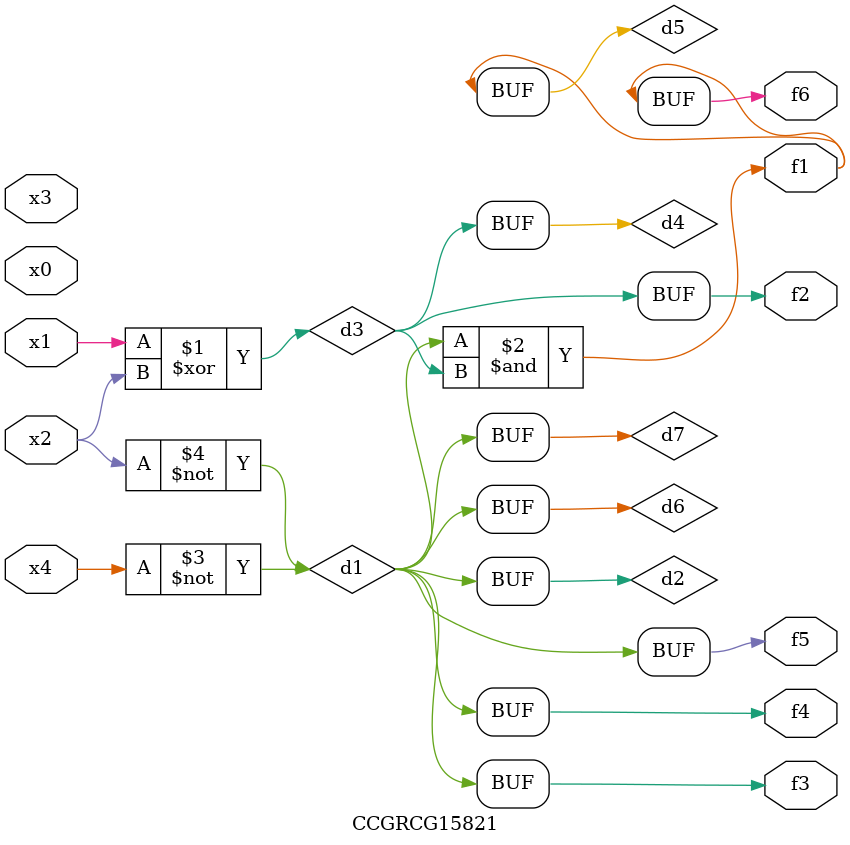
<source format=v>
module CCGRCG15821(
	input x0, x1, x2, x3, x4,
	output f1, f2, f3, f4, f5, f6
);

	wire d1, d2, d3, d4, d5, d6, d7;

	not (d1, x4);
	not (d2, x2);
	xor (d3, x1, x2);
	buf (d4, d3);
	and (d5, d1, d3);
	buf (d6, d1, d2);
	buf (d7, d2);
	assign f1 = d5;
	assign f2 = d4;
	assign f3 = d7;
	assign f4 = d7;
	assign f5 = d7;
	assign f6 = d5;
endmodule

</source>
